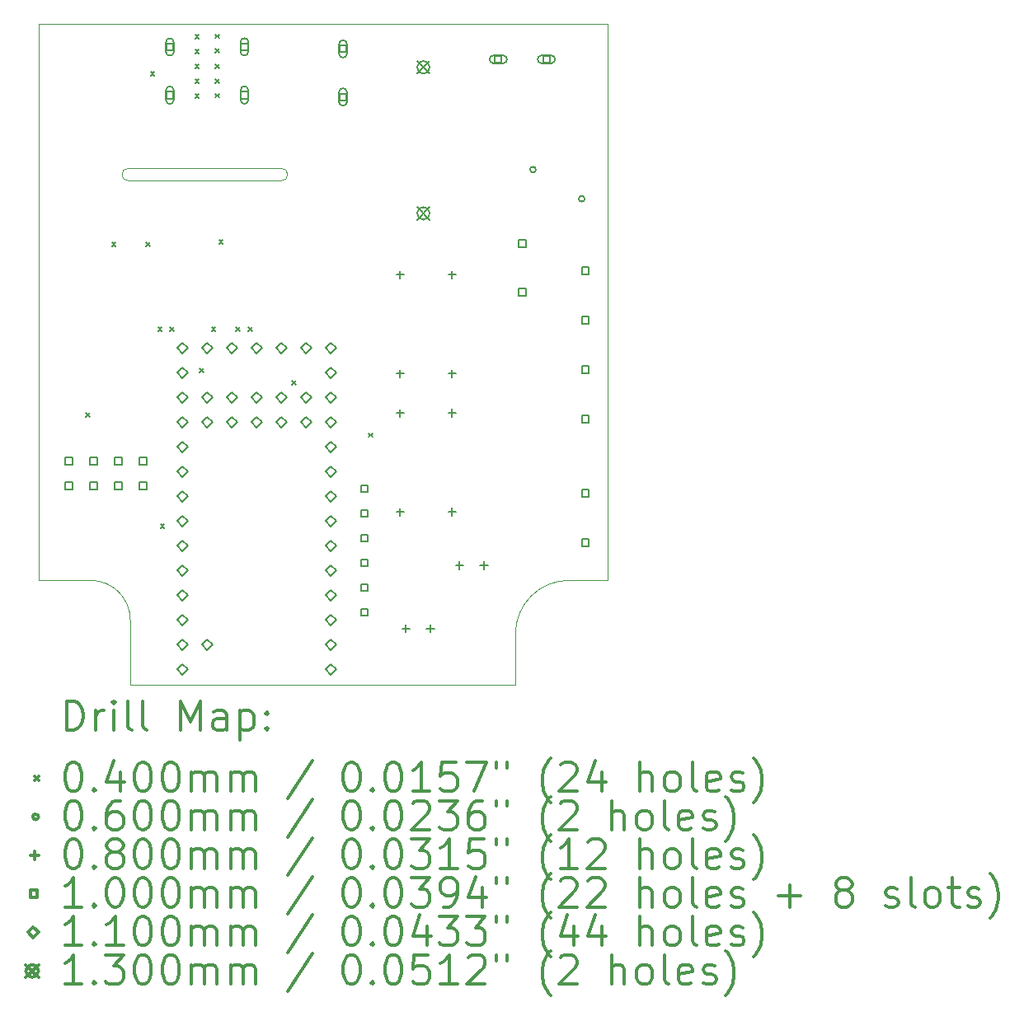
<source format=gbr>
%FSLAX45Y45*%
G04 Gerber Fmt 4.5, Leading zero omitted, Abs format (unit mm)*
G04 Created by KiCad (PCBNEW (5.1.10-1-10_14)) date 2021-07-31 12:11:47*
%MOMM*%
%LPD*%
G01*
G04 APERTURE LIST*
%TA.AperFunction,Profile*%
%ADD10C,0.050000*%
%TD*%
%ADD11C,0.200000*%
%ADD12C,0.300000*%
G04 APERTURE END LIST*
D10*
X7188200Y-17780000D02*
G75*
G02*
X7594600Y-18186400I0J-406400D01*
G01*
X7594600Y-18500000D02*
X7594600Y-18186400D01*
X12100000Y-17780000D02*
X12500000Y-17780000D01*
X12100000Y-17780000D02*
G75*
G03*
X11550000Y-18330000I0J-550000D01*
G01*
X11550000Y-18850000D02*
X11550000Y-18330000D01*
X7188200Y-17780000D02*
X6654800Y-17780000D01*
X7594600Y-18850000D02*
X7594600Y-18500000D01*
X6654800Y-12065000D02*
X6654800Y-17780000D01*
X12500000Y-12065000D02*
X6654800Y-12065000D01*
X12500000Y-17780000D02*
X12500000Y-12065000D01*
X7594600Y-18850000D02*
X11550000Y-18850000D01*
X7572800Y-13674000D02*
G75*
G02*
X7572800Y-13547000I0J63500D01*
G01*
X9147800Y-13547000D02*
G75*
G02*
X9211300Y-13610500I0J-63500D01*
G01*
X9211300Y-13610500D02*
G75*
G02*
X9147800Y-13674000I-63500J0D01*
G01*
X9147800Y-13674000D02*
X7572800Y-13674000D01*
X9147800Y-13547000D02*
X7572800Y-13547000D01*
D11*
X7135500Y-16060000D02*
X7175500Y-16100000D01*
X7175500Y-16060000D02*
X7135500Y-16100000D01*
X7405000Y-14305000D02*
X7445000Y-14345000D01*
X7445000Y-14305000D02*
X7405000Y-14345000D01*
X7755000Y-14305000D02*
X7795000Y-14345000D01*
X7795000Y-14305000D02*
X7755000Y-14345000D01*
X7803200Y-12553000D02*
X7843200Y-12593000D01*
X7843200Y-12553000D02*
X7803200Y-12593000D01*
X7880000Y-15180000D02*
X7920000Y-15220000D01*
X7920000Y-15180000D02*
X7880000Y-15220000D01*
X7905000Y-17205000D02*
X7945000Y-17245000D01*
X7945000Y-17205000D02*
X7905000Y-17245000D01*
X8005000Y-15180000D02*
X8045000Y-15220000D01*
X8045000Y-15180000D02*
X8005000Y-15220000D01*
X8260400Y-12172000D02*
X8300400Y-12212000D01*
X8300400Y-12172000D02*
X8260400Y-12212000D01*
X8260400Y-12324400D02*
X8300400Y-12364400D01*
X8300400Y-12324400D02*
X8260400Y-12364400D01*
X8260400Y-12476800D02*
X8300400Y-12516800D01*
X8300400Y-12476800D02*
X8260400Y-12516800D01*
X8260400Y-12629200D02*
X8300400Y-12669200D01*
X8300400Y-12629200D02*
X8260400Y-12669200D01*
X8260400Y-12781600D02*
X8300400Y-12821600D01*
X8300400Y-12781600D02*
X8260400Y-12821600D01*
X8305000Y-15605000D02*
X8345000Y-15645000D01*
X8345000Y-15605000D02*
X8305000Y-15645000D01*
X8430000Y-15180000D02*
X8470000Y-15220000D01*
X8470000Y-15180000D02*
X8430000Y-15220000D01*
X8470000Y-12170000D02*
X8510000Y-12210000D01*
X8510000Y-12170000D02*
X8470000Y-12210000D01*
X8470000Y-12320000D02*
X8510000Y-12360000D01*
X8510000Y-12320000D02*
X8470000Y-12360000D01*
X8470000Y-12480000D02*
X8510000Y-12520000D01*
X8510000Y-12480000D02*
X8470000Y-12520000D01*
X8470000Y-12630000D02*
X8510000Y-12670000D01*
X8510000Y-12630000D02*
X8470000Y-12670000D01*
X8470000Y-12780000D02*
X8510000Y-12820000D01*
X8510000Y-12780000D02*
X8470000Y-12820000D01*
X8505000Y-14280000D02*
X8545000Y-14320000D01*
X8545000Y-14280000D02*
X8505000Y-14320000D01*
X8680000Y-15180000D02*
X8720000Y-15220000D01*
X8720000Y-15180000D02*
X8680000Y-15220000D01*
X8805000Y-15180000D02*
X8845000Y-15220000D01*
X8845000Y-15180000D02*
X8805000Y-15220000D01*
X9255000Y-15730000D02*
X9295000Y-15770000D01*
X9295000Y-15730000D02*
X9255000Y-15770000D01*
X10042500Y-16267500D02*
X10082500Y-16307500D01*
X10082500Y-16267500D02*
X10042500Y-16307500D01*
X11760000Y-13560000D02*
G75*
G03*
X11760000Y-13560000I-30000J0D01*
G01*
X12260000Y-13860000D02*
G75*
G03*
X12260000Y-13860000I-30000J0D01*
G01*
X10366000Y-14598900D02*
X10366000Y-14678900D01*
X10326000Y-14638900D02*
X10406000Y-14638900D01*
X10366000Y-15614900D02*
X10366000Y-15694900D01*
X10326000Y-15654900D02*
X10406000Y-15654900D01*
X10366000Y-16021300D02*
X10366000Y-16101300D01*
X10326000Y-16061300D02*
X10406000Y-16061300D01*
X10366000Y-17037300D02*
X10366000Y-17117300D01*
X10326000Y-17077300D02*
X10406000Y-17077300D01*
X10425000Y-18235000D02*
X10425000Y-18315000D01*
X10385000Y-18275000D02*
X10465000Y-18275000D01*
X10675000Y-18235000D02*
X10675000Y-18315000D01*
X10635000Y-18275000D02*
X10715000Y-18275000D01*
X10900000Y-14598900D02*
X10900000Y-14678900D01*
X10860000Y-14638900D02*
X10940000Y-14638900D01*
X10900000Y-15614900D02*
X10900000Y-15694900D01*
X10860000Y-15654900D02*
X10940000Y-15654900D01*
X10900000Y-16019000D02*
X10900000Y-16099000D01*
X10860000Y-16059000D02*
X10940000Y-16059000D01*
X10900000Y-17035000D02*
X10900000Y-17115000D01*
X10860000Y-17075000D02*
X10940000Y-17075000D01*
X10975000Y-17585000D02*
X10975000Y-17665000D01*
X10935000Y-17625000D02*
X11015000Y-17625000D01*
X11225000Y-17585000D02*
X11225000Y-17665000D01*
X11185000Y-17625000D02*
X11265000Y-17625000D01*
X7000356Y-16588356D02*
X7000356Y-16517644D01*
X6929644Y-16517644D01*
X6929644Y-16588356D01*
X7000356Y-16588356D01*
X7000356Y-16842356D02*
X7000356Y-16771644D01*
X6929644Y-16771644D01*
X6929644Y-16842356D01*
X7000356Y-16842356D01*
X7254356Y-16588356D02*
X7254356Y-16517644D01*
X7183644Y-16517644D01*
X7183644Y-16588356D01*
X7254356Y-16588356D01*
X7254356Y-16842356D02*
X7254356Y-16771644D01*
X7183644Y-16771644D01*
X7183644Y-16842356D01*
X7254356Y-16842356D01*
X7508356Y-16588356D02*
X7508356Y-16517644D01*
X7437644Y-16517644D01*
X7437644Y-16588356D01*
X7508356Y-16588356D01*
X7508356Y-16842356D02*
X7508356Y-16771644D01*
X7437644Y-16771644D01*
X7437644Y-16842356D01*
X7508356Y-16842356D01*
X7762356Y-16588356D02*
X7762356Y-16517644D01*
X7691644Y-16517644D01*
X7691644Y-16588356D01*
X7762356Y-16588356D01*
X7762356Y-16842356D02*
X7762356Y-16771644D01*
X7691644Y-16771644D01*
X7691644Y-16842356D01*
X7762356Y-16842356D01*
X8036356Y-12335306D02*
X8036356Y-12264594D01*
X7965644Y-12264594D01*
X7965644Y-12335306D01*
X8036356Y-12335306D01*
X8041000Y-12349950D02*
X8041000Y-12249950D01*
X7961000Y-12349950D02*
X7961000Y-12249950D01*
X8041000Y-12249950D02*
G75*
G03*
X7961000Y-12249950I-40000J0D01*
G01*
X7961000Y-12349950D02*
G75*
G03*
X8041000Y-12349950I40000J0D01*
G01*
X8036356Y-12830306D02*
X8036356Y-12759594D01*
X7965644Y-12759594D01*
X7965644Y-12830306D01*
X8036356Y-12830306D01*
X8041000Y-12844950D02*
X8041000Y-12744950D01*
X7961000Y-12844950D02*
X7961000Y-12744950D01*
X8041000Y-12744950D02*
G75*
G03*
X7961000Y-12744950I-40000J0D01*
G01*
X7961000Y-12844950D02*
G75*
G03*
X8041000Y-12844950I40000J0D01*
G01*
X8802166Y-12334036D02*
X8802166Y-12263324D01*
X8731454Y-12263324D01*
X8731454Y-12334036D01*
X8802166Y-12334036D01*
X8726810Y-12248680D02*
X8726810Y-12348680D01*
X8806810Y-12248680D02*
X8806810Y-12348680D01*
X8726810Y-12348680D02*
G75*
G03*
X8806810Y-12348680I40000J0D01*
G01*
X8806810Y-12248680D02*
G75*
G03*
X8726810Y-12248680I-40000J0D01*
G01*
X8802166Y-12829036D02*
X8802166Y-12758324D01*
X8731454Y-12758324D01*
X8731454Y-12829036D01*
X8802166Y-12829036D01*
X8726810Y-12743680D02*
X8726810Y-12843680D01*
X8806810Y-12743680D02*
X8806810Y-12843680D01*
X8726810Y-12843680D02*
G75*
G03*
X8806810Y-12843680I40000J0D01*
G01*
X8806810Y-12743680D02*
G75*
G03*
X8726810Y-12743680I-40000J0D01*
G01*
X9814356Y-12354356D02*
X9814356Y-12283644D01*
X9743644Y-12283644D01*
X9743644Y-12354356D01*
X9814356Y-12354356D01*
X9739000Y-12269000D02*
X9739000Y-12369000D01*
X9819000Y-12269000D02*
X9819000Y-12369000D01*
X9739000Y-12369000D02*
G75*
G03*
X9819000Y-12369000I40000J0D01*
G01*
X9819000Y-12269000D02*
G75*
G03*
X9739000Y-12269000I-40000J0D01*
G01*
X9814356Y-12849356D02*
X9814356Y-12778644D01*
X9743644Y-12778644D01*
X9743644Y-12849356D01*
X9814356Y-12849356D01*
X9739000Y-12764000D02*
X9739000Y-12864000D01*
X9819000Y-12764000D02*
X9819000Y-12864000D01*
X9739000Y-12864000D02*
G75*
G03*
X9819000Y-12864000I40000J0D01*
G01*
X9819000Y-12764000D02*
G75*
G03*
X9739000Y-12764000I-40000J0D01*
G01*
X10035356Y-16873356D02*
X10035356Y-16802644D01*
X9964644Y-16802644D01*
X9964644Y-16873356D01*
X10035356Y-16873356D01*
X10035356Y-17127356D02*
X10035356Y-17056644D01*
X9964644Y-17056644D01*
X9964644Y-17127356D01*
X10035356Y-17127356D01*
X10035356Y-17381356D02*
X10035356Y-17310644D01*
X9964644Y-17310644D01*
X9964644Y-17381356D01*
X10035356Y-17381356D01*
X10035356Y-17635356D02*
X10035356Y-17564644D01*
X9964644Y-17564644D01*
X9964644Y-17635356D01*
X10035356Y-17635356D01*
X10035356Y-17889356D02*
X10035356Y-17818644D01*
X9964644Y-17818644D01*
X9964644Y-17889356D01*
X10035356Y-17889356D01*
X10035356Y-18143356D02*
X10035356Y-18072644D01*
X9964644Y-18072644D01*
X9964644Y-18143356D01*
X10035356Y-18143356D01*
X11408356Y-12461856D02*
X11408356Y-12391144D01*
X11337644Y-12391144D01*
X11337644Y-12461856D01*
X11408356Y-12461856D01*
X11423000Y-12386500D02*
X11323000Y-12386500D01*
X11423000Y-12466500D02*
X11323000Y-12466500D01*
X11323000Y-12386500D02*
G75*
G03*
X11323000Y-12466500I0J-40000D01*
G01*
X11423000Y-12466500D02*
G75*
G03*
X11423000Y-12386500I0J40000D01*
G01*
X11655856Y-14354656D02*
X11655856Y-14283944D01*
X11585144Y-14283944D01*
X11585144Y-14354656D01*
X11655856Y-14354656D01*
X11655856Y-14854656D02*
X11655856Y-14783944D01*
X11585144Y-14783944D01*
X11585144Y-14854656D01*
X11655856Y-14854656D01*
X11903356Y-12461856D02*
X11903356Y-12391144D01*
X11832644Y-12391144D01*
X11832644Y-12461856D01*
X11903356Y-12461856D01*
X11918000Y-12386500D02*
X11818000Y-12386500D01*
X11918000Y-12466500D02*
X11818000Y-12466500D01*
X11818000Y-12386500D02*
G75*
G03*
X11818000Y-12466500I0J-40000D01*
G01*
X11918000Y-12466500D02*
G75*
G03*
X11918000Y-12386500I0J40000D01*
G01*
X12305356Y-14635356D02*
X12305356Y-14564644D01*
X12234644Y-14564644D01*
X12234644Y-14635356D01*
X12305356Y-14635356D01*
X12305356Y-15143356D02*
X12305356Y-15072644D01*
X12234644Y-15072644D01*
X12234644Y-15143356D01*
X12305356Y-15143356D01*
X12305356Y-15651356D02*
X12305356Y-15580644D01*
X12234644Y-15580644D01*
X12234644Y-15651356D01*
X12305356Y-15651356D01*
X12305356Y-16159356D02*
X12305356Y-16088644D01*
X12234644Y-16088644D01*
X12234644Y-16159356D01*
X12305356Y-16159356D01*
X12305356Y-16921356D02*
X12305356Y-16850644D01*
X12234644Y-16850644D01*
X12234644Y-16921356D01*
X12305356Y-16921356D01*
X12305356Y-17429356D02*
X12305356Y-17358644D01*
X12234644Y-17358644D01*
X12234644Y-17429356D01*
X12305356Y-17429356D01*
X8128000Y-15447400D02*
X8183000Y-15392400D01*
X8128000Y-15337400D01*
X8073000Y-15392400D01*
X8128000Y-15447400D01*
X8128000Y-15701400D02*
X8183000Y-15646400D01*
X8128000Y-15591400D01*
X8073000Y-15646400D01*
X8128000Y-15701400D01*
X8128000Y-15955400D02*
X8183000Y-15900400D01*
X8128000Y-15845400D01*
X8073000Y-15900400D01*
X8128000Y-15955400D01*
X8128000Y-16209400D02*
X8183000Y-16154400D01*
X8128000Y-16099400D01*
X8073000Y-16154400D01*
X8128000Y-16209400D01*
X8128000Y-16463400D02*
X8183000Y-16408400D01*
X8128000Y-16353400D01*
X8073000Y-16408400D01*
X8128000Y-16463400D01*
X8128000Y-16717400D02*
X8183000Y-16662400D01*
X8128000Y-16607400D01*
X8073000Y-16662400D01*
X8128000Y-16717400D01*
X8128000Y-16971400D02*
X8183000Y-16916400D01*
X8128000Y-16861400D01*
X8073000Y-16916400D01*
X8128000Y-16971400D01*
X8128000Y-17225400D02*
X8183000Y-17170400D01*
X8128000Y-17115400D01*
X8073000Y-17170400D01*
X8128000Y-17225400D01*
X8128000Y-17479400D02*
X8183000Y-17424400D01*
X8128000Y-17369400D01*
X8073000Y-17424400D01*
X8128000Y-17479400D01*
X8128000Y-17733400D02*
X8183000Y-17678400D01*
X8128000Y-17623400D01*
X8073000Y-17678400D01*
X8128000Y-17733400D01*
X8128000Y-17987400D02*
X8183000Y-17932400D01*
X8128000Y-17877400D01*
X8073000Y-17932400D01*
X8128000Y-17987400D01*
X8128000Y-18241400D02*
X8183000Y-18186400D01*
X8128000Y-18131400D01*
X8073000Y-18186400D01*
X8128000Y-18241400D01*
X8128000Y-18495400D02*
X8183000Y-18440400D01*
X8128000Y-18385400D01*
X8073000Y-18440400D01*
X8128000Y-18495400D01*
X8128000Y-18749400D02*
X8183000Y-18694400D01*
X8128000Y-18639400D01*
X8073000Y-18694400D01*
X8128000Y-18749400D01*
X8382000Y-15447400D02*
X8437000Y-15392400D01*
X8382000Y-15337400D01*
X8327000Y-15392400D01*
X8382000Y-15447400D01*
X8382000Y-15955400D02*
X8437000Y-15900400D01*
X8382000Y-15845400D01*
X8327000Y-15900400D01*
X8382000Y-15955400D01*
X8382000Y-16209400D02*
X8437000Y-16154400D01*
X8382000Y-16099400D01*
X8327000Y-16154400D01*
X8382000Y-16209400D01*
X8382000Y-18495400D02*
X8437000Y-18440400D01*
X8382000Y-18385400D01*
X8327000Y-18440400D01*
X8382000Y-18495400D01*
X8636000Y-15447400D02*
X8691000Y-15392400D01*
X8636000Y-15337400D01*
X8581000Y-15392400D01*
X8636000Y-15447400D01*
X8636000Y-15955400D02*
X8691000Y-15900400D01*
X8636000Y-15845400D01*
X8581000Y-15900400D01*
X8636000Y-15955400D01*
X8636000Y-16209400D02*
X8691000Y-16154400D01*
X8636000Y-16099400D01*
X8581000Y-16154400D01*
X8636000Y-16209400D01*
X8890000Y-15447400D02*
X8945000Y-15392400D01*
X8890000Y-15337400D01*
X8835000Y-15392400D01*
X8890000Y-15447400D01*
X8890000Y-15955400D02*
X8945000Y-15900400D01*
X8890000Y-15845400D01*
X8835000Y-15900400D01*
X8890000Y-15955400D01*
X8890000Y-16209400D02*
X8945000Y-16154400D01*
X8890000Y-16099400D01*
X8835000Y-16154400D01*
X8890000Y-16209400D01*
X9144000Y-15447400D02*
X9199000Y-15392400D01*
X9144000Y-15337400D01*
X9089000Y-15392400D01*
X9144000Y-15447400D01*
X9144000Y-15955400D02*
X9199000Y-15900400D01*
X9144000Y-15845400D01*
X9089000Y-15900400D01*
X9144000Y-15955400D01*
X9144000Y-16209400D02*
X9199000Y-16154400D01*
X9144000Y-16099400D01*
X9089000Y-16154400D01*
X9144000Y-16209400D01*
X9398000Y-15447400D02*
X9453000Y-15392400D01*
X9398000Y-15337400D01*
X9343000Y-15392400D01*
X9398000Y-15447400D01*
X9398000Y-15955400D02*
X9453000Y-15900400D01*
X9398000Y-15845400D01*
X9343000Y-15900400D01*
X9398000Y-15955400D01*
X9398000Y-16209400D02*
X9453000Y-16154400D01*
X9398000Y-16099400D01*
X9343000Y-16154400D01*
X9398000Y-16209400D01*
X9652000Y-15447400D02*
X9707000Y-15392400D01*
X9652000Y-15337400D01*
X9597000Y-15392400D01*
X9652000Y-15447400D01*
X9652000Y-15701400D02*
X9707000Y-15646400D01*
X9652000Y-15591400D01*
X9597000Y-15646400D01*
X9652000Y-15701400D01*
X9652000Y-15955400D02*
X9707000Y-15900400D01*
X9652000Y-15845400D01*
X9597000Y-15900400D01*
X9652000Y-15955400D01*
X9652000Y-16209400D02*
X9707000Y-16154400D01*
X9652000Y-16099400D01*
X9597000Y-16154400D01*
X9652000Y-16209400D01*
X9652000Y-16463400D02*
X9707000Y-16408400D01*
X9652000Y-16353400D01*
X9597000Y-16408400D01*
X9652000Y-16463400D01*
X9652000Y-16717400D02*
X9707000Y-16662400D01*
X9652000Y-16607400D01*
X9597000Y-16662400D01*
X9652000Y-16717400D01*
X9652000Y-16971400D02*
X9707000Y-16916400D01*
X9652000Y-16861400D01*
X9597000Y-16916400D01*
X9652000Y-16971400D01*
X9652000Y-17225400D02*
X9707000Y-17170400D01*
X9652000Y-17115400D01*
X9597000Y-17170400D01*
X9652000Y-17225400D01*
X9652000Y-17479400D02*
X9707000Y-17424400D01*
X9652000Y-17369400D01*
X9597000Y-17424400D01*
X9652000Y-17479400D01*
X9652000Y-17733400D02*
X9707000Y-17678400D01*
X9652000Y-17623400D01*
X9597000Y-17678400D01*
X9652000Y-17733400D01*
X9652000Y-17987400D02*
X9707000Y-17932400D01*
X9652000Y-17877400D01*
X9597000Y-17932400D01*
X9652000Y-17987400D01*
X9652000Y-18241400D02*
X9707000Y-18186400D01*
X9652000Y-18131400D01*
X9597000Y-18186400D01*
X9652000Y-18241400D01*
X9652000Y-18495400D02*
X9707000Y-18440400D01*
X9652000Y-18385400D01*
X9597000Y-18440400D01*
X9652000Y-18495400D01*
X9652000Y-18749400D02*
X9707000Y-18694400D01*
X9652000Y-18639400D01*
X9597000Y-18694400D01*
X9652000Y-18749400D01*
X10539500Y-12443800D02*
X10669500Y-12573800D01*
X10669500Y-12443800D02*
X10539500Y-12573800D01*
X10669500Y-12508800D02*
G75*
G03*
X10669500Y-12508800I-65000J0D01*
G01*
X10539500Y-13943800D02*
X10669500Y-14073800D01*
X10669500Y-13943800D02*
X10539500Y-14073800D01*
X10669500Y-14008800D02*
G75*
G03*
X10669500Y-14008800I-65000J0D01*
G01*
D12*
X6938728Y-19318214D02*
X6938728Y-19018214D01*
X7010157Y-19018214D01*
X7053014Y-19032500D01*
X7081586Y-19061072D01*
X7095871Y-19089643D01*
X7110157Y-19146786D01*
X7110157Y-19189643D01*
X7095871Y-19246786D01*
X7081586Y-19275357D01*
X7053014Y-19303929D01*
X7010157Y-19318214D01*
X6938728Y-19318214D01*
X7238728Y-19318214D02*
X7238728Y-19118214D01*
X7238728Y-19175357D02*
X7253014Y-19146786D01*
X7267300Y-19132500D01*
X7295871Y-19118214D01*
X7324443Y-19118214D01*
X7424443Y-19318214D02*
X7424443Y-19118214D01*
X7424443Y-19018214D02*
X7410157Y-19032500D01*
X7424443Y-19046786D01*
X7438728Y-19032500D01*
X7424443Y-19018214D01*
X7424443Y-19046786D01*
X7610157Y-19318214D02*
X7581586Y-19303929D01*
X7567300Y-19275357D01*
X7567300Y-19018214D01*
X7767300Y-19318214D02*
X7738728Y-19303929D01*
X7724443Y-19275357D01*
X7724443Y-19018214D01*
X8110157Y-19318214D02*
X8110157Y-19018214D01*
X8210157Y-19232500D01*
X8310157Y-19018214D01*
X8310157Y-19318214D01*
X8581586Y-19318214D02*
X8581586Y-19161072D01*
X8567300Y-19132500D01*
X8538728Y-19118214D01*
X8481586Y-19118214D01*
X8453014Y-19132500D01*
X8581586Y-19303929D02*
X8553014Y-19318214D01*
X8481586Y-19318214D01*
X8453014Y-19303929D01*
X8438728Y-19275357D01*
X8438728Y-19246786D01*
X8453014Y-19218214D01*
X8481586Y-19203929D01*
X8553014Y-19203929D01*
X8581586Y-19189643D01*
X8724443Y-19118214D02*
X8724443Y-19418214D01*
X8724443Y-19132500D02*
X8753014Y-19118214D01*
X8810157Y-19118214D01*
X8838728Y-19132500D01*
X8853014Y-19146786D01*
X8867300Y-19175357D01*
X8867300Y-19261072D01*
X8853014Y-19289643D01*
X8838728Y-19303929D01*
X8810157Y-19318214D01*
X8753014Y-19318214D01*
X8724443Y-19303929D01*
X8995871Y-19289643D02*
X9010157Y-19303929D01*
X8995871Y-19318214D01*
X8981586Y-19303929D01*
X8995871Y-19289643D01*
X8995871Y-19318214D01*
X8995871Y-19132500D02*
X9010157Y-19146786D01*
X8995871Y-19161072D01*
X8981586Y-19146786D01*
X8995871Y-19132500D01*
X8995871Y-19161072D01*
X6612300Y-19792500D02*
X6652300Y-19832500D01*
X6652300Y-19792500D02*
X6612300Y-19832500D01*
X6995871Y-19648214D02*
X7024443Y-19648214D01*
X7053014Y-19662500D01*
X7067300Y-19676786D01*
X7081586Y-19705357D01*
X7095871Y-19762500D01*
X7095871Y-19833929D01*
X7081586Y-19891072D01*
X7067300Y-19919643D01*
X7053014Y-19933929D01*
X7024443Y-19948214D01*
X6995871Y-19948214D01*
X6967300Y-19933929D01*
X6953014Y-19919643D01*
X6938728Y-19891072D01*
X6924443Y-19833929D01*
X6924443Y-19762500D01*
X6938728Y-19705357D01*
X6953014Y-19676786D01*
X6967300Y-19662500D01*
X6995871Y-19648214D01*
X7224443Y-19919643D02*
X7238728Y-19933929D01*
X7224443Y-19948214D01*
X7210157Y-19933929D01*
X7224443Y-19919643D01*
X7224443Y-19948214D01*
X7495871Y-19748214D02*
X7495871Y-19948214D01*
X7424443Y-19633929D02*
X7353014Y-19848214D01*
X7538728Y-19848214D01*
X7710157Y-19648214D02*
X7738728Y-19648214D01*
X7767300Y-19662500D01*
X7781586Y-19676786D01*
X7795871Y-19705357D01*
X7810157Y-19762500D01*
X7810157Y-19833929D01*
X7795871Y-19891072D01*
X7781586Y-19919643D01*
X7767300Y-19933929D01*
X7738728Y-19948214D01*
X7710157Y-19948214D01*
X7681586Y-19933929D01*
X7667300Y-19919643D01*
X7653014Y-19891072D01*
X7638728Y-19833929D01*
X7638728Y-19762500D01*
X7653014Y-19705357D01*
X7667300Y-19676786D01*
X7681586Y-19662500D01*
X7710157Y-19648214D01*
X7995871Y-19648214D02*
X8024443Y-19648214D01*
X8053014Y-19662500D01*
X8067300Y-19676786D01*
X8081586Y-19705357D01*
X8095871Y-19762500D01*
X8095871Y-19833929D01*
X8081586Y-19891072D01*
X8067300Y-19919643D01*
X8053014Y-19933929D01*
X8024443Y-19948214D01*
X7995871Y-19948214D01*
X7967300Y-19933929D01*
X7953014Y-19919643D01*
X7938728Y-19891072D01*
X7924443Y-19833929D01*
X7924443Y-19762500D01*
X7938728Y-19705357D01*
X7953014Y-19676786D01*
X7967300Y-19662500D01*
X7995871Y-19648214D01*
X8224443Y-19948214D02*
X8224443Y-19748214D01*
X8224443Y-19776786D02*
X8238728Y-19762500D01*
X8267300Y-19748214D01*
X8310157Y-19748214D01*
X8338728Y-19762500D01*
X8353014Y-19791072D01*
X8353014Y-19948214D01*
X8353014Y-19791072D02*
X8367300Y-19762500D01*
X8395871Y-19748214D01*
X8438728Y-19748214D01*
X8467300Y-19762500D01*
X8481586Y-19791072D01*
X8481586Y-19948214D01*
X8624443Y-19948214D02*
X8624443Y-19748214D01*
X8624443Y-19776786D02*
X8638728Y-19762500D01*
X8667300Y-19748214D01*
X8710157Y-19748214D01*
X8738728Y-19762500D01*
X8753014Y-19791072D01*
X8753014Y-19948214D01*
X8753014Y-19791072D02*
X8767300Y-19762500D01*
X8795871Y-19748214D01*
X8838728Y-19748214D01*
X8867300Y-19762500D01*
X8881586Y-19791072D01*
X8881586Y-19948214D01*
X9467300Y-19633929D02*
X9210157Y-20019643D01*
X9853014Y-19648214D02*
X9881586Y-19648214D01*
X9910157Y-19662500D01*
X9924443Y-19676786D01*
X9938728Y-19705357D01*
X9953014Y-19762500D01*
X9953014Y-19833929D01*
X9938728Y-19891072D01*
X9924443Y-19919643D01*
X9910157Y-19933929D01*
X9881586Y-19948214D01*
X9853014Y-19948214D01*
X9824443Y-19933929D01*
X9810157Y-19919643D01*
X9795871Y-19891072D01*
X9781586Y-19833929D01*
X9781586Y-19762500D01*
X9795871Y-19705357D01*
X9810157Y-19676786D01*
X9824443Y-19662500D01*
X9853014Y-19648214D01*
X10081586Y-19919643D02*
X10095871Y-19933929D01*
X10081586Y-19948214D01*
X10067300Y-19933929D01*
X10081586Y-19919643D01*
X10081586Y-19948214D01*
X10281586Y-19648214D02*
X10310157Y-19648214D01*
X10338728Y-19662500D01*
X10353014Y-19676786D01*
X10367300Y-19705357D01*
X10381586Y-19762500D01*
X10381586Y-19833929D01*
X10367300Y-19891072D01*
X10353014Y-19919643D01*
X10338728Y-19933929D01*
X10310157Y-19948214D01*
X10281586Y-19948214D01*
X10253014Y-19933929D01*
X10238728Y-19919643D01*
X10224443Y-19891072D01*
X10210157Y-19833929D01*
X10210157Y-19762500D01*
X10224443Y-19705357D01*
X10238728Y-19676786D01*
X10253014Y-19662500D01*
X10281586Y-19648214D01*
X10667300Y-19948214D02*
X10495871Y-19948214D01*
X10581586Y-19948214D02*
X10581586Y-19648214D01*
X10553014Y-19691072D01*
X10524443Y-19719643D01*
X10495871Y-19733929D01*
X10938728Y-19648214D02*
X10795871Y-19648214D01*
X10781586Y-19791072D01*
X10795871Y-19776786D01*
X10824443Y-19762500D01*
X10895871Y-19762500D01*
X10924443Y-19776786D01*
X10938728Y-19791072D01*
X10953014Y-19819643D01*
X10953014Y-19891072D01*
X10938728Y-19919643D01*
X10924443Y-19933929D01*
X10895871Y-19948214D01*
X10824443Y-19948214D01*
X10795871Y-19933929D01*
X10781586Y-19919643D01*
X11053014Y-19648214D02*
X11253014Y-19648214D01*
X11124443Y-19948214D01*
X11353014Y-19648214D02*
X11353014Y-19705357D01*
X11467300Y-19648214D02*
X11467300Y-19705357D01*
X11910157Y-20062500D02*
X11895871Y-20048214D01*
X11867300Y-20005357D01*
X11853014Y-19976786D01*
X11838728Y-19933929D01*
X11824443Y-19862500D01*
X11824443Y-19805357D01*
X11838728Y-19733929D01*
X11853014Y-19691072D01*
X11867300Y-19662500D01*
X11895871Y-19619643D01*
X11910157Y-19605357D01*
X12010157Y-19676786D02*
X12024443Y-19662500D01*
X12053014Y-19648214D01*
X12124443Y-19648214D01*
X12153014Y-19662500D01*
X12167300Y-19676786D01*
X12181586Y-19705357D01*
X12181586Y-19733929D01*
X12167300Y-19776786D01*
X11995871Y-19948214D01*
X12181586Y-19948214D01*
X12438728Y-19748214D02*
X12438728Y-19948214D01*
X12367300Y-19633929D02*
X12295871Y-19848214D01*
X12481586Y-19848214D01*
X12824443Y-19948214D02*
X12824443Y-19648214D01*
X12953014Y-19948214D02*
X12953014Y-19791072D01*
X12938728Y-19762500D01*
X12910157Y-19748214D01*
X12867300Y-19748214D01*
X12838728Y-19762500D01*
X12824443Y-19776786D01*
X13138728Y-19948214D02*
X13110157Y-19933929D01*
X13095871Y-19919643D01*
X13081586Y-19891072D01*
X13081586Y-19805357D01*
X13095871Y-19776786D01*
X13110157Y-19762500D01*
X13138728Y-19748214D01*
X13181586Y-19748214D01*
X13210157Y-19762500D01*
X13224443Y-19776786D01*
X13238728Y-19805357D01*
X13238728Y-19891072D01*
X13224443Y-19919643D01*
X13210157Y-19933929D01*
X13181586Y-19948214D01*
X13138728Y-19948214D01*
X13410157Y-19948214D02*
X13381586Y-19933929D01*
X13367300Y-19905357D01*
X13367300Y-19648214D01*
X13638728Y-19933929D02*
X13610157Y-19948214D01*
X13553014Y-19948214D01*
X13524443Y-19933929D01*
X13510157Y-19905357D01*
X13510157Y-19791072D01*
X13524443Y-19762500D01*
X13553014Y-19748214D01*
X13610157Y-19748214D01*
X13638728Y-19762500D01*
X13653014Y-19791072D01*
X13653014Y-19819643D01*
X13510157Y-19848214D01*
X13767300Y-19933929D02*
X13795871Y-19948214D01*
X13853014Y-19948214D01*
X13881586Y-19933929D01*
X13895871Y-19905357D01*
X13895871Y-19891072D01*
X13881586Y-19862500D01*
X13853014Y-19848214D01*
X13810157Y-19848214D01*
X13781586Y-19833929D01*
X13767300Y-19805357D01*
X13767300Y-19791072D01*
X13781586Y-19762500D01*
X13810157Y-19748214D01*
X13853014Y-19748214D01*
X13881586Y-19762500D01*
X13995871Y-20062500D02*
X14010157Y-20048214D01*
X14038728Y-20005357D01*
X14053014Y-19976786D01*
X14067300Y-19933929D01*
X14081586Y-19862500D01*
X14081586Y-19805357D01*
X14067300Y-19733929D01*
X14053014Y-19691072D01*
X14038728Y-19662500D01*
X14010157Y-19619643D01*
X13995871Y-19605357D01*
X6652300Y-20208500D02*
G75*
G03*
X6652300Y-20208500I-30000J0D01*
G01*
X6995871Y-20044214D02*
X7024443Y-20044214D01*
X7053014Y-20058500D01*
X7067300Y-20072786D01*
X7081586Y-20101357D01*
X7095871Y-20158500D01*
X7095871Y-20229929D01*
X7081586Y-20287072D01*
X7067300Y-20315643D01*
X7053014Y-20329929D01*
X7024443Y-20344214D01*
X6995871Y-20344214D01*
X6967300Y-20329929D01*
X6953014Y-20315643D01*
X6938728Y-20287072D01*
X6924443Y-20229929D01*
X6924443Y-20158500D01*
X6938728Y-20101357D01*
X6953014Y-20072786D01*
X6967300Y-20058500D01*
X6995871Y-20044214D01*
X7224443Y-20315643D02*
X7238728Y-20329929D01*
X7224443Y-20344214D01*
X7210157Y-20329929D01*
X7224443Y-20315643D01*
X7224443Y-20344214D01*
X7495871Y-20044214D02*
X7438728Y-20044214D01*
X7410157Y-20058500D01*
X7395871Y-20072786D01*
X7367300Y-20115643D01*
X7353014Y-20172786D01*
X7353014Y-20287072D01*
X7367300Y-20315643D01*
X7381586Y-20329929D01*
X7410157Y-20344214D01*
X7467300Y-20344214D01*
X7495871Y-20329929D01*
X7510157Y-20315643D01*
X7524443Y-20287072D01*
X7524443Y-20215643D01*
X7510157Y-20187072D01*
X7495871Y-20172786D01*
X7467300Y-20158500D01*
X7410157Y-20158500D01*
X7381586Y-20172786D01*
X7367300Y-20187072D01*
X7353014Y-20215643D01*
X7710157Y-20044214D02*
X7738728Y-20044214D01*
X7767300Y-20058500D01*
X7781586Y-20072786D01*
X7795871Y-20101357D01*
X7810157Y-20158500D01*
X7810157Y-20229929D01*
X7795871Y-20287072D01*
X7781586Y-20315643D01*
X7767300Y-20329929D01*
X7738728Y-20344214D01*
X7710157Y-20344214D01*
X7681586Y-20329929D01*
X7667300Y-20315643D01*
X7653014Y-20287072D01*
X7638728Y-20229929D01*
X7638728Y-20158500D01*
X7653014Y-20101357D01*
X7667300Y-20072786D01*
X7681586Y-20058500D01*
X7710157Y-20044214D01*
X7995871Y-20044214D02*
X8024443Y-20044214D01*
X8053014Y-20058500D01*
X8067300Y-20072786D01*
X8081586Y-20101357D01*
X8095871Y-20158500D01*
X8095871Y-20229929D01*
X8081586Y-20287072D01*
X8067300Y-20315643D01*
X8053014Y-20329929D01*
X8024443Y-20344214D01*
X7995871Y-20344214D01*
X7967300Y-20329929D01*
X7953014Y-20315643D01*
X7938728Y-20287072D01*
X7924443Y-20229929D01*
X7924443Y-20158500D01*
X7938728Y-20101357D01*
X7953014Y-20072786D01*
X7967300Y-20058500D01*
X7995871Y-20044214D01*
X8224443Y-20344214D02*
X8224443Y-20144214D01*
X8224443Y-20172786D02*
X8238728Y-20158500D01*
X8267300Y-20144214D01*
X8310157Y-20144214D01*
X8338728Y-20158500D01*
X8353014Y-20187072D01*
X8353014Y-20344214D01*
X8353014Y-20187072D02*
X8367300Y-20158500D01*
X8395871Y-20144214D01*
X8438728Y-20144214D01*
X8467300Y-20158500D01*
X8481586Y-20187072D01*
X8481586Y-20344214D01*
X8624443Y-20344214D02*
X8624443Y-20144214D01*
X8624443Y-20172786D02*
X8638728Y-20158500D01*
X8667300Y-20144214D01*
X8710157Y-20144214D01*
X8738728Y-20158500D01*
X8753014Y-20187072D01*
X8753014Y-20344214D01*
X8753014Y-20187072D02*
X8767300Y-20158500D01*
X8795871Y-20144214D01*
X8838728Y-20144214D01*
X8867300Y-20158500D01*
X8881586Y-20187072D01*
X8881586Y-20344214D01*
X9467300Y-20029929D02*
X9210157Y-20415643D01*
X9853014Y-20044214D02*
X9881586Y-20044214D01*
X9910157Y-20058500D01*
X9924443Y-20072786D01*
X9938728Y-20101357D01*
X9953014Y-20158500D01*
X9953014Y-20229929D01*
X9938728Y-20287072D01*
X9924443Y-20315643D01*
X9910157Y-20329929D01*
X9881586Y-20344214D01*
X9853014Y-20344214D01*
X9824443Y-20329929D01*
X9810157Y-20315643D01*
X9795871Y-20287072D01*
X9781586Y-20229929D01*
X9781586Y-20158500D01*
X9795871Y-20101357D01*
X9810157Y-20072786D01*
X9824443Y-20058500D01*
X9853014Y-20044214D01*
X10081586Y-20315643D02*
X10095871Y-20329929D01*
X10081586Y-20344214D01*
X10067300Y-20329929D01*
X10081586Y-20315643D01*
X10081586Y-20344214D01*
X10281586Y-20044214D02*
X10310157Y-20044214D01*
X10338728Y-20058500D01*
X10353014Y-20072786D01*
X10367300Y-20101357D01*
X10381586Y-20158500D01*
X10381586Y-20229929D01*
X10367300Y-20287072D01*
X10353014Y-20315643D01*
X10338728Y-20329929D01*
X10310157Y-20344214D01*
X10281586Y-20344214D01*
X10253014Y-20329929D01*
X10238728Y-20315643D01*
X10224443Y-20287072D01*
X10210157Y-20229929D01*
X10210157Y-20158500D01*
X10224443Y-20101357D01*
X10238728Y-20072786D01*
X10253014Y-20058500D01*
X10281586Y-20044214D01*
X10495871Y-20072786D02*
X10510157Y-20058500D01*
X10538728Y-20044214D01*
X10610157Y-20044214D01*
X10638728Y-20058500D01*
X10653014Y-20072786D01*
X10667300Y-20101357D01*
X10667300Y-20129929D01*
X10653014Y-20172786D01*
X10481586Y-20344214D01*
X10667300Y-20344214D01*
X10767300Y-20044214D02*
X10953014Y-20044214D01*
X10853014Y-20158500D01*
X10895871Y-20158500D01*
X10924443Y-20172786D01*
X10938728Y-20187072D01*
X10953014Y-20215643D01*
X10953014Y-20287072D01*
X10938728Y-20315643D01*
X10924443Y-20329929D01*
X10895871Y-20344214D01*
X10810157Y-20344214D01*
X10781586Y-20329929D01*
X10767300Y-20315643D01*
X11210157Y-20044214D02*
X11153014Y-20044214D01*
X11124443Y-20058500D01*
X11110157Y-20072786D01*
X11081586Y-20115643D01*
X11067300Y-20172786D01*
X11067300Y-20287072D01*
X11081586Y-20315643D01*
X11095871Y-20329929D01*
X11124443Y-20344214D01*
X11181586Y-20344214D01*
X11210157Y-20329929D01*
X11224443Y-20315643D01*
X11238728Y-20287072D01*
X11238728Y-20215643D01*
X11224443Y-20187072D01*
X11210157Y-20172786D01*
X11181586Y-20158500D01*
X11124443Y-20158500D01*
X11095871Y-20172786D01*
X11081586Y-20187072D01*
X11067300Y-20215643D01*
X11353014Y-20044214D02*
X11353014Y-20101357D01*
X11467300Y-20044214D02*
X11467300Y-20101357D01*
X11910157Y-20458500D02*
X11895871Y-20444214D01*
X11867300Y-20401357D01*
X11853014Y-20372786D01*
X11838728Y-20329929D01*
X11824443Y-20258500D01*
X11824443Y-20201357D01*
X11838728Y-20129929D01*
X11853014Y-20087072D01*
X11867300Y-20058500D01*
X11895871Y-20015643D01*
X11910157Y-20001357D01*
X12010157Y-20072786D02*
X12024443Y-20058500D01*
X12053014Y-20044214D01*
X12124443Y-20044214D01*
X12153014Y-20058500D01*
X12167300Y-20072786D01*
X12181586Y-20101357D01*
X12181586Y-20129929D01*
X12167300Y-20172786D01*
X11995871Y-20344214D01*
X12181586Y-20344214D01*
X12538728Y-20344214D02*
X12538728Y-20044214D01*
X12667300Y-20344214D02*
X12667300Y-20187072D01*
X12653014Y-20158500D01*
X12624443Y-20144214D01*
X12581586Y-20144214D01*
X12553014Y-20158500D01*
X12538728Y-20172786D01*
X12853014Y-20344214D02*
X12824443Y-20329929D01*
X12810157Y-20315643D01*
X12795871Y-20287072D01*
X12795871Y-20201357D01*
X12810157Y-20172786D01*
X12824443Y-20158500D01*
X12853014Y-20144214D01*
X12895871Y-20144214D01*
X12924443Y-20158500D01*
X12938728Y-20172786D01*
X12953014Y-20201357D01*
X12953014Y-20287072D01*
X12938728Y-20315643D01*
X12924443Y-20329929D01*
X12895871Y-20344214D01*
X12853014Y-20344214D01*
X13124443Y-20344214D02*
X13095871Y-20329929D01*
X13081586Y-20301357D01*
X13081586Y-20044214D01*
X13353014Y-20329929D02*
X13324443Y-20344214D01*
X13267300Y-20344214D01*
X13238728Y-20329929D01*
X13224443Y-20301357D01*
X13224443Y-20187072D01*
X13238728Y-20158500D01*
X13267300Y-20144214D01*
X13324443Y-20144214D01*
X13353014Y-20158500D01*
X13367300Y-20187072D01*
X13367300Y-20215643D01*
X13224443Y-20244214D01*
X13481586Y-20329929D02*
X13510157Y-20344214D01*
X13567300Y-20344214D01*
X13595871Y-20329929D01*
X13610157Y-20301357D01*
X13610157Y-20287072D01*
X13595871Y-20258500D01*
X13567300Y-20244214D01*
X13524443Y-20244214D01*
X13495871Y-20229929D01*
X13481586Y-20201357D01*
X13481586Y-20187072D01*
X13495871Y-20158500D01*
X13524443Y-20144214D01*
X13567300Y-20144214D01*
X13595871Y-20158500D01*
X13710157Y-20458500D02*
X13724443Y-20444214D01*
X13753014Y-20401357D01*
X13767300Y-20372786D01*
X13781586Y-20329929D01*
X13795871Y-20258500D01*
X13795871Y-20201357D01*
X13781586Y-20129929D01*
X13767300Y-20087072D01*
X13753014Y-20058500D01*
X13724443Y-20015643D01*
X13710157Y-20001357D01*
X6612300Y-20564500D02*
X6612300Y-20644500D01*
X6572300Y-20604500D02*
X6652300Y-20604500D01*
X6995871Y-20440214D02*
X7024443Y-20440214D01*
X7053014Y-20454500D01*
X7067300Y-20468786D01*
X7081586Y-20497357D01*
X7095871Y-20554500D01*
X7095871Y-20625929D01*
X7081586Y-20683072D01*
X7067300Y-20711643D01*
X7053014Y-20725929D01*
X7024443Y-20740214D01*
X6995871Y-20740214D01*
X6967300Y-20725929D01*
X6953014Y-20711643D01*
X6938728Y-20683072D01*
X6924443Y-20625929D01*
X6924443Y-20554500D01*
X6938728Y-20497357D01*
X6953014Y-20468786D01*
X6967300Y-20454500D01*
X6995871Y-20440214D01*
X7224443Y-20711643D02*
X7238728Y-20725929D01*
X7224443Y-20740214D01*
X7210157Y-20725929D01*
X7224443Y-20711643D01*
X7224443Y-20740214D01*
X7410157Y-20568786D02*
X7381586Y-20554500D01*
X7367300Y-20540214D01*
X7353014Y-20511643D01*
X7353014Y-20497357D01*
X7367300Y-20468786D01*
X7381586Y-20454500D01*
X7410157Y-20440214D01*
X7467300Y-20440214D01*
X7495871Y-20454500D01*
X7510157Y-20468786D01*
X7524443Y-20497357D01*
X7524443Y-20511643D01*
X7510157Y-20540214D01*
X7495871Y-20554500D01*
X7467300Y-20568786D01*
X7410157Y-20568786D01*
X7381586Y-20583072D01*
X7367300Y-20597357D01*
X7353014Y-20625929D01*
X7353014Y-20683072D01*
X7367300Y-20711643D01*
X7381586Y-20725929D01*
X7410157Y-20740214D01*
X7467300Y-20740214D01*
X7495871Y-20725929D01*
X7510157Y-20711643D01*
X7524443Y-20683072D01*
X7524443Y-20625929D01*
X7510157Y-20597357D01*
X7495871Y-20583072D01*
X7467300Y-20568786D01*
X7710157Y-20440214D02*
X7738728Y-20440214D01*
X7767300Y-20454500D01*
X7781586Y-20468786D01*
X7795871Y-20497357D01*
X7810157Y-20554500D01*
X7810157Y-20625929D01*
X7795871Y-20683072D01*
X7781586Y-20711643D01*
X7767300Y-20725929D01*
X7738728Y-20740214D01*
X7710157Y-20740214D01*
X7681586Y-20725929D01*
X7667300Y-20711643D01*
X7653014Y-20683072D01*
X7638728Y-20625929D01*
X7638728Y-20554500D01*
X7653014Y-20497357D01*
X7667300Y-20468786D01*
X7681586Y-20454500D01*
X7710157Y-20440214D01*
X7995871Y-20440214D02*
X8024443Y-20440214D01*
X8053014Y-20454500D01*
X8067300Y-20468786D01*
X8081586Y-20497357D01*
X8095871Y-20554500D01*
X8095871Y-20625929D01*
X8081586Y-20683072D01*
X8067300Y-20711643D01*
X8053014Y-20725929D01*
X8024443Y-20740214D01*
X7995871Y-20740214D01*
X7967300Y-20725929D01*
X7953014Y-20711643D01*
X7938728Y-20683072D01*
X7924443Y-20625929D01*
X7924443Y-20554500D01*
X7938728Y-20497357D01*
X7953014Y-20468786D01*
X7967300Y-20454500D01*
X7995871Y-20440214D01*
X8224443Y-20740214D02*
X8224443Y-20540214D01*
X8224443Y-20568786D02*
X8238728Y-20554500D01*
X8267300Y-20540214D01*
X8310157Y-20540214D01*
X8338728Y-20554500D01*
X8353014Y-20583072D01*
X8353014Y-20740214D01*
X8353014Y-20583072D02*
X8367300Y-20554500D01*
X8395871Y-20540214D01*
X8438728Y-20540214D01*
X8467300Y-20554500D01*
X8481586Y-20583072D01*
X8481586Y-20740214D01*
X8624443Y-20740214D02*
X8624443Y-20540214D01*
X8624443Y-20568786D02*
X8638728Y-20554500D01*
X8667300Y-20540214D01*
X8710157Y-20540214D01*
X8738728Y-20554500D01*
X8753014Y-20583072D01*
X8753014Y-20740214D01*
X8753014Y-20583072D02*
X8767300Y-20554500D01*
X8795871Y-20540214D01*
X8838728Y-20540214D01*
X8867300Y-20554500D01*
X8881586Y-20583072D01*
X8881586Y-20740214D01*
X9467300Y-20425929D02*
X9210157Y-20811643D01*
X9853014Y-20440214D02*
X9881586Y-20440214D01*
X9910157Y-20454500D01*
X9924443Y-20468786D01*
X9938728Y-20497357D01*
X9953014Y-20554500D01*
X9953014Y-20625929D01*
X9938728Y-20683072D01*
X9924443Y-20711643D01*
X9910157Y-20725929D01*
X9881586Y-20740214D01*
X9853014Y-20740214D01*
X9824443Y-20725929D01*
X9810157Y-20711643D01*
X9795871Y-20683072D01*
X9781586Y-20625929D01*
X9781586Y-20554500D01*
X9795871Y-20497357D01*
X9810157Y-20468786D01*
X9824443Y-20454500D01*
X9853014Y-20440214D01*
X10081586Y-20711643D02*
X10095871Y-20725929D01*
X10081586Y-20740214D01*
X10067300Y-20725929D01*
X10081586Y-20711643D01*
X10081586Y-20740214D01*
X10281586Y-20440214D02*
X10310157Y-20440214D01*
X10338728Y-20454500D01*
X10353014Y-20468786D01*
X10367300Y-20497357D01*
X10381586Y-20554500D01*
X10381586Y-20625929D01*
X10367300Y-20683072D01*
X10353014Y-20711643D01*
X10338728Y-20725929D01*
X10310157Y-20740214D01*
X10281586Y-20740214D01*
X10253014Y-20725929D01*
X10238728Y-20711643D01*
X10224443Y-20683072D01*
X10210157Y-20625929D01*
X10210157Y-20554500D01*
X10224443Y-20497357D01*
X10238728Y-20468786D01*
X10253014Y-20454500D01*
X10281586Y-20440214D01*
X10481586Y-20440214D02*
X10667300Y-20440214D01*
X10567300Y-20554500D01*
X10610157Y-20554500D01*
X10638728Y-20568786D01*
X10653014Y-20583072D01*
X10667300Y-20611643D01*
X10667300Y-20683072D01*
X10653014Y-20711643D01*
X10638728Y-20725929D01*
X10610157Y-20740214D01*
X10524443Y-20740214D01*
X10495871Y-20725929D01*
X10481586Y-20711643D01*
X10953014Y-20740214D02*
X10781586Y-20740214D01*
X10867300Y-20740214D02*
X10867300Y-20440214D01*
X10838728Y-20483072D01*
X10810157Y-20511643D01*
X10781586Y-20525929D01*
X11224443Y-20440214D02*
X11081586Y-20440214D01*
X11067300Y-20583072D01*
X11081586Y-20568786D01*
X11110157Y-20554500D01*
X11181586Y-20554500D01*
X11210157Y-20568786D01*
X11224443Y-20583072D01*
X11238728Y-20611643D01*
X11238728Y-20683072D01*
X11224443Y-20711643D01*
X11210157Y-20725929D01*
X11181586Y-20740214D01*
X11110157Y-20740214D01*
X11081586Y-20725929D01*
X11067300Y-20711643D01*
X11353014Y-20440214D02*
X11353014Y-20497357D01*
X11467300Y-20440214D02*
X11467300Y-20497357D01*
X11910157Y-20854500D02*
X11895871Y-20840214D01*
X11867300Y-20797357D01*
X11853014Y-20768786D01*
X11838728Y-20725929D01*
X11824443Y-20654500D01*
X11824443Y-20597357D01*
X11838728Y-20525929D01*
X11853014Y-20483072D01*
X11867300Y-20454500D01*
X11895871Y-20411643D01*
X11910157Y-20397357D01*
X12181586Y-20740214D02*
X12010157Y-20740214D01*
X12095871Y-20740214D02*
X12095871Y-20440214D01*
X12067300Y-20483072D01*
X12038728Y-20511643D01*
X12010157Y-20525929D01*
X12295871Y-20468786D02*
X12310157Y-20454500D01*
X12338728Y-20440214D01*
X12410157Y-20440214D01*
X12438728Y-20454500D01*
X12453014Y-20468786D01*
X12467300Y-20497357D01*
X12467300Y-20525929D01*
X12453014Y-20568786D01*
X12281586Y-20740214D01*
X12467300Y-20740214D01*
X12824443Y-20740214D02*
X12824443Y-20440214D01*
X12953014Y-20740214D02*
X12953014Y-20583072D01*
X12938728Y-20554500D01*
X12910157Y-20540214D01*
X12867300Y-20540214D01*
X12838728Y-20554500D01*
X12824443Y-20568786D01*
X13138728Y-20740214D02*
X13110157Y-20725929D01*
X13095871Y-20711643D01*
X13081586Y-20683072D01*
X13081586Y-20597357D01*
X13095871Y-20568786D01*
X13110157Y-20554500D01*
X13138728Y-20540214D01*
X13181586Y-20540214D01*
X13210157Y-20554500D01*
X13224443Y-20568786D01*
X13238728Y-20597357D01*
X13238728Y-20683072D01*
X13224443Y-20711643D01*
X13210157Y-20725929D01*
X13181586Y-20740214D01*
X13138728Y-20740214D01*
X13410157Y-20740214D02*
X13381586Y-20725929D01*
X13367300Y-20697357D01*
X13367300Y-20440214D01*
X13638728Y-20725929D02*
X13610157Y-20740214D01*
X13553014Y-20740214D01*
X13524443Y-20725929D01*
X13510157Y-20697357D01*
X13510157Y-20583072D01*
X13524443Y-20554500D01*
X13553014Y-20540214D01*
X13610157Y-20540214D01*
X13638728Y-20554500D01*
X13653014Y-20583072D01*
X13653014Y-20611643D01*
X13510157Y-20640214D01*
X13767300Y-20725929D02*
X13795871Y-20740214D01*
X13853014Y-20740214D01*
X13881586Y-20725929D01*
X13895871Y-20697357D01*
X13895871Y-20683072D01*
X13881586Y-20654500D01*
X13853014Y-20640214D01*
X13810157Y-20640214D01*
X13781586Y-20625929D01*
X13767300Y-20597357D01*
X13767300Y-20583072D01*
X13781586Y-20554500D01*
X13810157Y-20540214D01*
X13853014Y-20540214D01*
X13881586Y-20554500D01*
X13995871Y-20854500D02*
X14010157Y-20840214D01*
X14038728Y-20797357D01*
X14053014Y-20768786D01*
X14067300Y-20725929D01*
X14081586Y-20654500D01*
X14081586Y-20597357D01*
X14067300Y-20525929D01*
X14053014Y-20483072D01*
X14038728Y-20454500D01*
X14010157Y-20411643D01*
X13995871Y-20397357D01*
X6637656Y-21035856D02*
X6637656Y-20965144D01*
X6566944Y-20965144D01*
X6566944Y-21035856D01*
X6637656Y-21035856D01*
X7095871Y-21136214D02*
X6924443Y-21136214D01*
X7010157Y-21136214D02*
X7010157Y-20836214D01*
X6981586Y-20879072D01*
X6953014Y-20907643D01*
X6924443Y-20921929D01*
X7224443Y-21107643D02*
X7238728Y-21121929D01*
X7224443Y-21136214D01*
X7210157Y-21121929D01*
X7224443Y-21107643D01*
X7224443Y-21136214D01*
X7424443Y-20836214D02*
X7453014Y-20836214D01*
X7481586Y-20850500D01*
X7495871Y-20864786D01*
X7510157Y-20893357D01*
X7524443Y-20950500D01*
X7524443Y-21021929D01*
X7510157Y-21079072D01*
X7495871Y-21107643D01*
X7481586Y-21121929D01*
X7453014Y-21136214D01*
X7424443Y-21136214D01*
X7395871Y-21121929D01*
X7381586Y-21107643D01*
X7367300Y-21079072D01*
X7353014Y-21021929D01*
X7353014Y-20950500D01*
X7367300Y-20893357D01*
X7381586Y-20864786D01*
X7395871Y-20850500D01*
X7424443Y-20836214D01*
X7710157Y-20836214D02*
X7738728Y-20836214D01*
X7767300Y-20850500D01*
X7781586Y-20864786D01*
X7795871Y-20893357D01*
X7810157Y-20950500D01*
X7810157Y-21021929D01*
X7795871Y-21079072D01*
X7781586Y-21107643D01*
X7767300Y-21121929D01*
X7738728Y-21136214D01*
X7710157Y-21136214D01*
X7681586Y-21121929D01*
X7667300Y-21107643D01*
X7653014Y-21079072D01*
X7638728Y-21021929D01*
X7638728Y-20950500D01*
X7653014Y-20893357D01*
X7667300Y-20864786D01*
X7681586Y-20850500D01*
X7710157Y-20836214D01*
X7995871Y-20836214D02*
X8024443Y-20836214D01*
X8053014Y-20850500D01*
X8067300Y-20864786D01*
X8081586Y-20893357D01*
X8095871Y-20950500D01*
X8095871Y-21021929D01*
X8081586Y-21079072D01*
X8067300Y-21107643D01*
X8053014Y-21121929D01*
X8024443Y-21136214D01*
X7995871Y-21136214D01*
X7967300Y-21121929D01*
X7953014Y-21107643D01*
X7938728Y-21079072D01*
X7924443Y-21021929D01*
X7924443Y-20950500D01*
X7938728Y-20893357D01*
X7953014Y-20864786D01*
X7967300Y-20850500D01*
X7995871Y-20836214D01*
X8224443Y-21136214D02*
X8224443Y-20936214D01*
X8224443Y-20964786D02*
X8238728Y-20950500D01*
X8267300Y-20936214D01*
X8310157Y-20936214D01*
X8338728Y-20950500D01*
X8353014Y-20979072D01*
X8353014Y-21136214D01*
X8353014Y-20979072D02*
X8367300Y-20950500D01*
X8395871Y-20936214D01*
X8438728Y-20936214D01*
X8467300Y-20950500D01*
X8481586Y-20979072D01*
X8481586Y-21136214D01*
X8624443Y-21136214D02*
X8624443Y-20936214D01*
X8624443Y-20964786D02*
X8638728Y-20950500D01*
X8667300Y-20936214D01*
X8710157Y-20936214D01*
X8738728Y-20950500D01*
X8753014Y-20979072D01*
X8753014Y-21136214D01*
X8753014Y-20979072D02*
X8767300Y-20950500D01*
X8795871Y-20936214D01*
X8838728Y-20936214D01*
X8867300Y-20950500D01*
X8881586Y-20979072D01*
X8881586Y-21136214D01*
X9467300Y-20821929D02*
X9210157Y-21207643D01*
X9853014Y-20836214D02*
X9881586Y-20836214D01*
X9910157Y-20850500D01*
X9924443Y-20864786D01*
X9938728Y-20893357D01*
X9953014Y-20950500D01*
X9953014Y-21021929D01*
X9938728Y-21079072D01*
X9924443Y-21107643D01*
X9910157Y-21121929D01*
X9881586Y-21136214D01*
X9853014Y-21136214D01*
X9824443Y-21121929D01*
X9810157Y-21107643D01*
X9795871Y-21079072D01*
X9781586Y-21021929D01*
X9781586Y-20950500D01*
X9795871Y-20893357D01*
X9810157Y-20864786D01*
X9824443Y-20850500D01*
X9853014Y-20836214D01*
X10081586Y-21107643D02*
X10095871Y-21121929D01*
X10081586Y-21136214D01*
X10067300Y-21121929D01*
X10081586Y-21107643D01*
X10081586Y-21136214D01*
X10281586Y-20836214D02*
X10310157Y-20836214D01*
X10338728Y-20850500D01*
X10353014Y-20864786D01*
X10367300Y-20893357D01*
X10381586Y-20950500D01*
X10381586Y-21021929D01*
X10367300Y-21079072D01*
X10353014Y-21107643D01*
X10338728Y-21121929D01*
X10310157Y-21136214D01*
X10281586Y-21136214D01*
X10253014Y-21121929D01*
X10238728Y-21107643D01*
X10224443Y-21079072D01*
X10210157Y-21021929D01*
X10210157Y-20950500D01*
X10224443Y-20893357D01*
X10238728Y-20864786D01*
X10253014Y-20850500D01*
X10281586Y-20836214D01*
X10481586Y-20836214D02*
X10667300Y-20836214D01*
X10567300Y-20950500D01*
X10610157Y-20950500D01*
X10638728Y-20964786D01*
X10653014Y-20979072D01*
X10667300Y-21007643D01*
X10667300Y-21079072D01*
X10653014Y-21107643D01*
X10638728Y-21121929D01*
X10610157Y-21136214D01*
X10524443Y-21136214D01*
X10495871Y-21121929D01*
X10481586Y-21107643D01*
X10810157Y-21136214D02*
X10867300Y-21136214D01*
X10895871Y-21121929D01*
X10910157Y-21107643D01*
X10938728Y-21064786D01*
X10953014Y-21007643D01*
X10953014Y-20893357D01*
X10938728Y-20864786D01*
X10924443Y-20850500D01*
X10895871Y-20836214D01*
X10838728Y-20836214D01*
X10810157Y-20850500D01*
X10795871Y-20864786D01*
X10781586Y-20893357D01*
X10781586Y-20964786D01*
X10795871Y-20993357D01*
X10810157Y-21007643D01*
X10838728Y-21021929D01*
X10895871Y-21021929D01*
X10924443Y-21007643D01*
X10938728Y-20993357D01*
X10953014Y-20964786D01*
X11210157Y-20936214D02*
X11210157Y-21136214D01*
X11138728Y-20821929D02*
X11067300Y-21036214D01*
X11253014Y-21036214D01*
X11353014Y-20836214D02*
X11353014Y-20893357D01*
X11467300Y-20836214D02*
X11467300Y-20893357D01*
X11910157Y-21250500D02*
X11895871Y-21236214D01*
X11867300Y-21193357D01*
X11853014Y-21164786D01*
X11838728Y-21121929D01*
X11824443Y-21050500D01*
X11824443Y-20993357D01*
X11838728Y-20921929D01*
X11853014Y-20879072D01*
X11867300Y-20850500D01*
X11895871Y-20807643D01*
X11910157Y-20793357D01*
X12010157Y-20864786D02*
X12024443Y-20850500D01*
X12053014Y-20836214D01*
X12124443Y-20836214D01*
X12153014Y-20850500D01*
X12167300Y-20864786D01*
X12181586Y-20893357D01*
X12181586Y-20921929D01*
X12167300Y-20964786D01*
X11995871Y-21136214D01*
X12181586Y-21136214D01*
X12295871Y-20864786D02*
X12310157Y-20850500D01*
X12338728Y-20836214D01*
X12410157Y-20836214D01*
X12438728Y-20850500D01*
X12453014Y-20864786D01*
X12467300Y-20893357D01*
X12467300Y-20921929D01*
X12453014Y-20964786D01*
X12281586Y-21136214D01*
X12467300Y-21136214D01*
X12824443Y-21136214D02*
X12824443Y-20836214D01*
X12953014Y-21136214D02*
X12953014Y-20979072D01*
X12938728Y-20950500D01*
X12910157Y-20936214D01*
X12867300Y-20936214D01*
X12838728Y-20950500D01*
X12824443Y-20964786D01*
X13138728Y-21136214D02*
X13110157Y-21121929D01*
X13095871Y-21107643D01*
X13081586Y-21079072D01*
X13081586Y-20993357D01*
X13095871Y-20964786D01*
X13110157Y-20950500D01*
X13138728Y-20936214D01*
X13181586Y-20936214D01*
X13210157Y-20950500D01*
X13224443Y-20964786D01*
X13238728Y-20993357D01*
X13238728Y-21079072D01*
X13224443Y-21107643D01*
X13210157Y-21121929D01*
X13181586Y-21136214D01*
X13138728Y-21136214D01*
X13410157Y-21136214D02*
X13381586Y-21121929D01*
X13367300Y-21093357D01*
X13367300Y-20836214D01*
X13638728Y-21121929D02*
X13610157Y-21136214D01*
X13553014Y-21136214D01*
X13524443Y-21121929D01*
X13510157Y-21093357D01*
X13510157Y-20979072D01*
X13524443Y-20950500D01*
X13553014Y-20936214D01*
X13610157Y-20936214D01*
X13638728Y-20950500D01*
X13653014Y-20979072D01*
X13653014Y-21007643D01*
X13510157Y-21036214D01*
X13767300Y-21121929D02*
X13795871Y-21136214D01*
X13853014Y-21136214D01*
X13881586Y-21121929D01*
X13895871Y-21093357D01*
X13895871Y-21079072D01*
X13881586Y-21050500D01*
X13853014Y-21036214D01*
X13810157Y-21036214D01*
X13781586Y-21021929D01*
X13767300Y-20993357D01*
X13767300Y-20979072D01*
X13781586Y-20950500D01*
X13810157Y-20936214D01*
X13853014Y-20936214D01*
X13881586Y-20950500D01*
X14253014Y-21021929D02*
X14481586Y-21021929D01*
X14367300Y-21136214D02*
X14367300Y-20907643D01*
X14895871Y-20964786D02*
X14867300Y-20950500D01*
X14853014Y-20936214D01*
X14838728Y-20907643D01*
X14838728Y-20893357D01*
X14853014Y-20864786D01*
X14867300Y-20850500D01*
X14895871Y-20836214D01*
X14953014Y-20836214D01*
X14981586Y-20850500D01*
X14995871Y-20864786D01*
X15010157Y-20893357D01*
X15010157Y-20907643D01*
X14995871Y-20936214D01*
X14981586Y-20950500D01*
X14953014Y-20964786D01*
X14895871Y-20964786D01*
X14867300Y-20979072D01*
X14853014Y-20993357D01*
X14838728Y-21021929D01*
X14838728Y-21079072D01*
X14853014Y-21107643D01*
X14867300Y-21121929D01*
X14895871Y-21136214D01*
X14953014Y-21136214D01*
X14981586Y-21121929D01*
X14995871Y-21107643D01*
X15010157Y-21079072D01*
X15010157Y-21021929D01*
X14995871Y-20993357D01*
X14981586Y-20979072D01*
X14953014Y-20964786D01*
X15353014Y-21121929D02*
X15381586Y-21136214D01*
X15438728Y-21136214D01*
X15467300Y-21121929D01*
X15481586Y-21093357D01*
X15481586Y-21079072D01*
X15467300Y-21050500D01*
X15438728Y-21036214D01*
X15395871Y-21036214D01*
X15367300Y-21021929D01*
X15353014Y-20993357D01*
X15353014Y-20979072D01*
X15367300Y-20950500D01*
X15395871Y-20936214D01*
X15438728Y-20936214D01*
X15467300Y-20950500D01*
X15653014Y-21136214D02*
X15624443Y-21121929D01*
X15610157Y-21093357D01*
X15610157Y-20836214D01*
X15810157Y-21136214D02*
X15781586Y-21121929D01*
X15767300Y-21107643D01*
X15753014Y-21079072D01*
X15753014Y-20993357D01*
X15767300Y-20964786D01*
X15781586Y-20950500D01*
X15810157Y-20936214D01*
X15853014Y-20936214D01*
X15881586Y-20950500D01*
X15895871Y-20964786D01*
X15910157Y-20993357D01*
X15910157Y-21079072D01*
X15895871Y-21107643D01*
X15881586Y-21121929D01*
X15853014Y-21136214D01*
X15810157Y-21136214D01*
X15995871Y-20936214D02*
X16110157Y-20936214D01*
X16038728Y-20836214D02*
X16038728Y-21093357D01*
X16053014Y-21121929D01*
X16081586Y-21136214D01*
X16110157Y-21136214D01*
X16195871Y-21121929D02*
X16224443Y-21136214D01*
X16281586Y-21136214D01*
X16310157Y-21121929D01*
X16324443Y-21093357D01*
X16324443Y-21079072D01*
X16310157Y-21050500D01*
X16281586Y-21036214D01*
X16238728Y-21036214D01*
X16210157Y-21021929D01*
X16195871Y-20993357D01*
X16195871Y-20979072D01*
X16210157Y-20950500D01*
X16238728Y-20936214D01*
X16281586Y-20936214D01*
X16310157Y-20950500D01*
X16424443Y-21250500D02*
X16438728Y-21236214D01*
X16467300Y-21193357D01*
X16481586Y-21164786D01*
X16495871Y-21121929D01*
X16510157Y-21050500D01*
X16510157Y-20993357D01*
X16495871Y-20921929D01*
X16481586Y-20879072D01*
X16467300Y-20850500D01*
X16438728Y-20807643D01*
X16424443Y-20793357D01*
X6597300Y-21451500D02*
X6652300Y-21396500D01*
X6597300Y-21341500D01*
X6542300Y-21396500D01*
X6597300Y-21451500D01*
X7095871Y-21532214D02*
X6924443Y-21532214D01*
X7010157Y-21532214D02*
X7010157Y-21232214D01*
X6981586Y-21275072D01*
X6953014Y-21303643D01*
X6924443Y-21317929D01*
X7224443Y-21503643D02*
X7238728Y-21517929D01*
X7224443Y-21532214D01*
X7210157Y-21517929D01*
X7224443Y-21503643D01*
X7224443Y-21532214D01*
X7524443Y-21532214D02*
X7353014Y-21532214D01*
X7438728Y-21532214D02*
X7438728Y-21232214D01*
X7410157Y-21275072D01*
X7381586Y-21303643D01*
X7353014Y-21317929D01*
X7710157Y-21232214D02*
X7738728Y-21232214D01*
X7767300Y-21246500D01*
X7781586Y-21260786D01*
X7795871Y-21289357D01*
X7810157Y-21346500D01*
X7810157Y-21417929D01*
X7795871Y-21475072D01*
X7781586Y-21503643D01*
X7767300Y-21517929D01*
X7738728Y-21532214D01*
X7710157Y-21532214D01*
X7681586Y-21517929D01*
X7667300Y-21503643D01*
X7653014Y-21475072D01*
X7638728Y-21417929D01*
X7638728Y-21346500D01*
X7653014Y-21289357D01*
X7667300Y-21260786D01*
X7681586Y-21246500D01*
X7710157Y-21232214D01*
X7995871Y-21232214D02*
X8024443Y-21232214D01*
X8053014Y-21246500D01*
X8067300Y-21260786D01*
X8081586Y-21289357D01*
X8095871Y-21346500D01*
X8095871Y-21417929D01*
X8081586Y-21475072D01*
X8067300Y-21503643D01*
X8053014Y-21517929D01*
X8024443Y-21532214D01*
X7995871Y-21532214D01*
X7967300Y-21517929D01*
X7953014Y-21503643D01*
X7938728Y-21475072D01*
X7924443Y-21417929D01*
X7924443Y-21346500D01*
X7938728Y-21289357D01*
X7953014Y-21260786D01*
X7967300Y-21246500D01*
X7995871Y-21232214D01*
X8224443Y-21532214D02*
X8224443Y-21332214D01*
X8224443Y-21360786D02*
X8238728Y-21346500D01*
X8267300Y-21332214D01*
X8310157Y-21332214D01*
X8338728Y-21346500D01*
X8353014Y-21375072D01*
X8353014Y-21532214D01*
X8353014Y-21375072D02*
X8367300Y-21346500D01*
X8395871Y-21332214D01*
X8438728Y-21332214D01*
X8467300Y-21346500D01*
X8481586Y-21375072D01*
X8481586Y-21532214D01*
X8624443Y-21532214D02*
X8624443Y-21332214D01*
X8624443Y-21360786D02*
X8638728Y-21346500D01*
X8667300Y-21332214D01*
X8710157Y-21332214D01*
X8738728Y-21346500D01*
X8753014Y-21375072D01*
X8753014Y-21532214D01*
X8753014Y-21375072D02*
X8767300Y-21346500D01*
X8795871Y-21332214D01*
X8838728Y-21332214D01*
X8867300Y-21346500D01*
X8881586Y-21375072D01*
X8881586Y-21532214D01*
X9467300Y-21217929D02*
X9210157Y-21603643D01*
X9853014Y-21232214D02*
X9881586Y-21232214D01*
X9910157Y-21246500D01*
X9924443Y-21260786D01*
X9938728Y-21289357D01*
X9953014Y-21346500D01*
X9953014Y-21417929D01*
X9938728Y-21475072D01*
X9924443Y-21503643D01*
X9910157Y-21517929D01*
X9881586Y-21532214D01*
X9853014Y-21532214D01*
X9824443Y-21517929D01*
X9810157Y-21503643D01*
X9795871Y-21475072D01*
X9781586Y-21417929D01*
X9781586Y-21346500D01*
X9795871Y-21289357D01*
X9810157Y-21260786D01*
X9824443Y-21246500D01*
X9853014Y-21232214D01*
X10081586Y-21503643D02*
X10095871Y-21517929D01*
X10081586Y-21532214D01*
X10067300Y-21517929D01*
X10081586Y-21503643D01*
X10081586Y-21532214D01*
X10281586Y-21232214D02*
X10310157Y-21232214D01*
X10338728Y-21246500D01*
X10353014Y-21260786D01*
X10367300Y-21289357D01*
X10381586Y-21346500D01*
X10381586Y-21417929D01*
X10367300Y-21475072D01*
X10353014Y-21503643D01*
X10338728Y-21517929D01*
X10310157Y-21532214D01*
X10281586Y-21532214D01*
X10253014Y-21517929D01*
X10238728Y-21503643D01*
X10224443Y-21475072D01*
X10210157Y-21417929D01*
X10210157Y-21346500D01*
X10224443Y-21289357D01*
X10238728Y-21260786D01*
X10253014Y-21246500D01*
X10281586Y-21232214D01*
X10638728Y-21332214D02*
X10638728Y-21532214D01*
X10567300Y-21217929D02*
X10495871Y-21432214D01*
X10681586Y-21432214D01*
X10767300Y-21232214D02*
X10953014Y-21232214D01*
X10853014Y-21346500D01*
X10895871Y-21346500D01*
X10924443Y-21360786D01*
X10938728Y-21375072D01*
X10953014Y-21403643D01*
X10953014Y-21475072D01*
X10938728Y-21503643D01*
X10924443Y-21517929D01*
X10895871Y-21532214D01*
X10810157Y-21532214D01*
X10781586Y-21517929D01*
X10767300Y-21503643D01*
X11053014Y-21232214D02*
X11238728Y-21232214D01*
X11138728Y-21346500D01*
X11181586Y-21346500D01*
X11210157Y-21360786D01*
X11224443Y-21375072D01*
X11238728Y-21403643D01*
X11238728Y-21475072D01*
X11224443Y-21503643D01*
X11210157Y-21517929D01*
X11181586Y-21532214D01*
X11095871Y-21532214D01*
X11067300Y-21517929D01*
X11053014Y-21503643D01*
X11353014Y-21232214D02*
X11353014Y-21289357D01*
X11467300Y-21232214D02*
X11467300Y-21289357D01*
X11910157Y-21646500D02*
X11895871Y-21632214D01*
X11867300Y-21589357D01*
X11853014Y-21560786D01*
X11838728Y-21517929D01*
X11824443Y-21446500D01*
X11824443Y-21389357D01*
X11838728Y-21317929D01*
X11853014Y-21275072D01*
X11867300Y-21246500D01*
X11895871Y-21203643D01*
X11910157Y-21189357D01*
X12153014Y-21332214D02*
X12153014Y-21532214D01*
X12081586Y-21217929D02*
X12010157Y-21432214D01*
X12195871Y-21432214D01*
X12438728Y-21332214D02*
X12438728Y-21532214D01*
X12367300Y-21217929D02*
X12295871Y-21432214D01*
X12481586Y-21432214D01*
X12824443Y-21532214D02*
X12824443Y-21232214D01*
X12953014Y-21532214D02*
X12953014Y-21375072D01*
X12938728Y-21346500D01*
X12910157Y-21332214D01*
X12867300Y-21332214D01*
X12838728Y-21346500D01*
X12824443Y-21360786D01*
X13138728Y-21532214D02*
X13110157Y-21517929D01*
X13095871Y-21503643D01*
X13081586Y-21475072D01*
X13081586Y-21389357D01*
X13095871Y-21360786D01*
X13110157Y-21346500D01*
X13138728Y-21332214D01*
X13181586Y-21332214D01*
X13210157Y-21346500D01*
X13224443Y-21360786D01*
X13238728Y-21389357D01*
X13238728Y-21475072D01*
X13224443Y-21503643D01*
X13210157Y-21517929D01*
X13181586Y-21532214D01*
X13138728Y-21532214D01*
X13410157Y-21532214D02*
X13381586Y-21517929D01*
X13367300Y-21489357D01*
X13367300Y-21232214D01*
X13638728Y-21517929D02*
X13610157Y-21532214D01*
X13553014Y-21532214D01*
X13524443Y-21517929D01*
X13510157Y-21489357D01*
X13510157Y-21375072D01*
X13524443Y-21346500D01*
X13553014Y-21332214D01*
X13610157Y-21332214D01*
X13638728Y-21346500D01*
X13653014Y-21375072D01*
X13653014Y-21403643D01*
X13510157Y-21432214D01*
X13767300Y-21517929D02*
X13795871Y-21532214D01*
X13853014Y-21532214D01*
X13881586Y-21517929D01*
X13895871Y-21489357D01*
X13895871Y-21475072D01*
X13881586Y-21446500D01*
X13853014Y-21432214D01*
X13810157Y-21432214D01*
X13781586Y-21417929D01*
X13767300Y-21389357D01*
X13767300Y-21375072D01*
X13781586Y-21346500D01*
X13810157Y-21332214D01*
X13853014Y-21332214D01*
X13881586Y-21346500D01*
X13995871Y-21646500D02*
X14010157Y-21632214D01*
X14038728Y-21589357D01*
X14053014Y-21560786D01*
X14067300Y-21517929D01*
X14081586Y-21446500D01*
X14081586Y-21389357D01*
X14067300Y-21317929D01*
X14053014Y-21275072D01*
X14038728Y-21246500D01*
X14010157Y-21203643D01*
X13995871Y-21189357D01*
X6522300Y-21727500D02*
X6652300Y-21857500D01*
X6652300Y-21727500D02*
X6522300Y-21857500D01*
X6652300Y-21792500D02*
G75*
G03*
X6652300Y-21792500I-65000J0D01*
G01*
X7095871Y-21928214D02*
X6924443Y-21928214D01*
X7010157Y-21928214D02*
X7010157Y-21628214D01*
X6981586Y-21671072D01*
X6953014Y-21699643D01*
X6924443Y-21713929D01*
X7224443Y-21899643D02*
X7238728Y-21913929D01*
X7224443Y-21928214D01*
X7210157Y-21913929D01*
X7224443Y-21899643D01*
X7224443Y-21928214D01*
X7338728Y-21628214D02*
X7524443Y-21628214D01*
X7424443Y-21742500D01*
X7467300Y-21742500D01*
X7495871Y-21756786D01*
X7510157Y-21771072D01*
X7524443Y-21799643D01*
X7524443Y-21871072D01*
X7510157Y-21899643D01*
X7495871Y-21913929D01*
X7467300Y-21928214D01*
X7381586Y-21928214D01*
X7353014Y-21913929D01*
X7338728Y-21899643D01*
X7710157Y-21628214D02*
X7738728Y-21628214D01*
X7767300Y-21642500D01*
X7781586Y-21656786D01*
X7795871Y-21685357D01*
X7810157Y-21742500D01*
X7810157Y-21813929D01*
X7795871Y-21871072D01*
X7781586Y-21899643D01*
X7767300Y-21913929D01*
X7738728Y-21928214D01*
X7710157Y-21928214D01*
X7681586Y-21913929D01*
X7667300Y-21899643D01*
X7653014Y-21871072D01*
X7638728Y-21813929D01*
X7638728Y-21742500D01*
X7653014Y-21685357D01*
X7667300Y-21656786D01*
X7681586Y-21642500D01*
X7710157Y-21628214D01*
X7995871Y-21628214D02*
X8024443Y-21628214D01*
X8053014Y-21642500D01*
X8067300Y-21656786D01*
X8081586Y-21685357D01*
X8095871Y-21742500D01*
X8095871Y-21813929D01*
X8081586Y-21871072D01*
X8067300Y-21899643D01*
X8053014Y-21913929D01*
X8024443Y-21928214D01*
X7995871Y-21928214D01*
X7967300Y-21913929D01*
X7953014Y-21899643D01*
X7938728Y-21871072D01*
X7924443Y-21813929D01*
X7924443Y-21742500D01*
X7938728Y-21685357D01*
X7953014Y-21656786D01*
X7967300Y-21642500D01*
X7995871Y-21628214D01*
X8224443Y-21928214D02*
X8224443Y-21728214D01*
X8224443Y-21756786D02*
X8238728Y-21742500D01*
X8267300Y-21728214D01*
X8310157Y-21728214D01*
X8338728Y-21742500D01*
X8353014Y-21771072D01*
X8353014Y-21928214D01*
X8353014Y-21771072D02*
X8367300Y-21742500D01*
X8395871Y-21728214D01*
X8438728Y-21728214D01*
X8467300Y-21742500D01*
X8481586Y-21771072D01*
X8481586Y-21928214D01*
X8624443Y-21928214D02*
X8624443Y-21728214D01*
X8624443Y-21756786D02*
X8638728Y-21742500D01*
X8667300Y-21728214D01*
X8710157Y-21728214D01*
X8738728Y-21742500D01*
X8753014Y-21771072D01*
X8753014Y-21928214D01*
X8753014Y-21771072D02*
X8767300Y-21742500D01*
X8795871Y-21728214D01*
X8838728Y-21728214D01*
X8867300Y-21742500D01*
X8881586Y-21771072D01*
X8881586Y-21928214D01*
X9467300Y-21613929D02*
X9210157Y-21999643D01*
X9853014Y-21628214D02*
X9881586Y-21628214D01*
X9910157Y-21642500D01*
X9924443Y-21656786D01*
X9938728Y-21685357D01*
X9953014Y-21742500D01*
X9953014Y-21813929D01*
X9938728Y-21871072D01*
X9924443Y-21899643D01*
X9910157Y-21913929D01*
X9881586Y-21928214D01*
X9853014Y-21928214D01*
X9824443Y-21913929D01*
X9810157Y-21899643D01*
X9795871Y-21871072D01*
X9781586Y-21813929D01*
X9781586Y-21742500D01*
X9795871Y-21685357D01*
X9810157Y-21656786D01*
X9824443Y-21642500D01*
X9853014Y-21628214D01*
X10081586Y-21899643D02*
X10095871Y-21913929D01*
X10081586Y-21928214D01*
X10067300Y-21913929D01*
X10081586Y-21899643D01*
X10081586Y-21928214D01*
X10281586Y-21628214D02*
X10310157Y-21628214D01*
X10338728Y-21642500D01*
X10353014Y-21656786D01*
X10367300Y-21685357D01*
X10381586Y-21742500D01*
X10381586Y-21813929D01*
X10367300Y-21871072D01*
X10353014Y-21899643D01*
X10338728Y-21913929D01*
X10310157Y-21928214D01*
X10281586Y-21928214D01*
X10253014Y-21913929D01*
X10238728Y-21899643D01*
X10224443Y-21871072D01*
X10210157Y-21813929D01*
X10210157Y-21742500D01*
X10224443Y-21685357D01*
X10238728Y-21656786D01*
X10253014Y-21642500D01*
X10281586Y-21628214D01*
X10653014Y-21628214D02*
X10510157Y-21628214D01*
X10495871Y-21771072D01*
X10510157Y-21756786D01*
X10538728Y-21742500D01*
X10610157Y-21742500D01*
X10638728Y-21756786D01*
X10653014Y-21771072D01*
X10667300Y-21799643D01*
X10667300Y-21871072D01*
X10653014Y-21899643D01*
X10638728Y-21913929D01*
X10610157Y-21928214D01*
X10538728Y-21928214D01*
X10510157Y-21913929D01*
X10495871Y-21899643D01*
X10953014Y-21928214D02*
X10781586Y-21928214D01*
X10867300Y-21928214D02*
X10867300Y-21628214D01*
X10838728Y-21671072D01*
X10810157Y-21699643D01*
X10781586Y-21713929D01*
X11067300Y-21656786D02*
X11081586Y-21642500D01*
X11110157Y-21628214D01*
X11181586Y-21628214D01*
X11210157Y-21642500D01*
X11224443Y-21656786D01*
X11238728Y-21685357D01*
X11238728Y-21713929D01*
X11224443Y-21756786D01*
X11053014Y-21928214D01*
X11238728Y-21928214D01*
X11353014Y-21628214D02*
X11353014Y-21685357D01*
X11467300Y-21628214D02*
X11467300Y-21685357D01*
X11910157Y-22042500D02*
X11895871Y-22028214D01*
X11867300Y-21985357D01*
X11853014Y-21956786D01*
X11838728Y-21913929D01*
X11824443Y-21842500D01*
X11824443Y-21785357D01*
X11838728Y-21713929D01*
X11853014Y-21671072D01*
X11867300Y-21642500D01*
X11895871Y-21599643D01*
X11910157Y-21585357D01*
X12010157Y-21656786D02*
X12024443Y-21642500D01*
X12053014Y-21628214D01*
X12124443Y-21628214D01*
X12153014Y-21642500D01*
X12167300Y-21656786D01*
X12181586Y-21685357D01*
X12181586Y-21713929D01*
X12167300Y-21756786D01*
X11995871Y-21928214D01*
X12181586Y-21928214D01*
X12538728Y-21928214D02*
X12538728Y-21628214D01*
X12667300Y-21928214D02*
X12667300Y-21771072D01*
X12653014Y-21742500D01*
X12624443Y-21728214D01*
X12581586Y-21728214D01*
X12553014Y-21742500D01*
X12538728Y-21756786D01*
X12853014Y-21928214D02*
X12824443Y-21913929D01*
X12810157Y-21899643D01*
X12795871Y-21871072D01*
X12795871Y-21785357D01*
X12810157Y-21756786D01*
X12824443Y-21742500D01*
X12853014Y-21728214D01*
X12895871Y-21728214D01*
X12924443Y-21742500D01*
X12938728Y-21756786D01*
X12953014Y-21785357D01*
X12953014Y-21871072D01*
X12938728Y-21899643D01*
X12924443Y-21913929D01*
X12895871Y-21928214D01*
X12853014Y-21928214D01*
X13124443Y-21928214D02*
X13095871Y-21913929D01*
X13081586Y-21885357D01*
X13081586Y-21628214D01*
X13353014Y-21913929D02*
X13324443Y-21928214D01*
X13267300Y-21928214D01*
X13238728Y-21913929D01*
X13224443Y-21885357D01*
X13224443Y-21771072D01*
X13238728Y-21742500D01*
X13267300Y-21728214D01*
X13324443Y-21728214D01*
X13353014Y-21742500D01*
X13367300Y-21771072D01*
X13367300Y-21799643D01*
X13224443Y-21828214D01*
X13481586Y-21913929D02*
X13510157Y-21928214D01*
X13567300Y-21928214D01*
X13595871Y-21913929D01*
X13610157Y-21885357D01*
X13610157Y-21871072D01*
X13595871Y-21842500D01*
X13567300Y-21828214D01*
X13524443Y-21828214D01*
X13495871Y-21813929D01*
X13481586Y-21785357D01*
X13481586Y-21771072D01*
X13495871Y-21742500D01*
X13524443Y-21728214D01*
X13567300Y-21728214D01*
X13595871Y-21742500D01*
X13710157Y-22042500D02*
X13724443Y-22028214D01*
X13753014Y-21985357D01*
X13767300Y-21956786D01*
X13781586Y-21913929D01*
X13795871Y-21842500D01*
X13795871Y-21785357D01*
X13781586Y-21713929D01*
X13767300Y-21671072D01*
X13753014Y-21642500D01*
X13724443Y-21599643D01*
X13710157Y-21585357D01*
M02*

</source>
